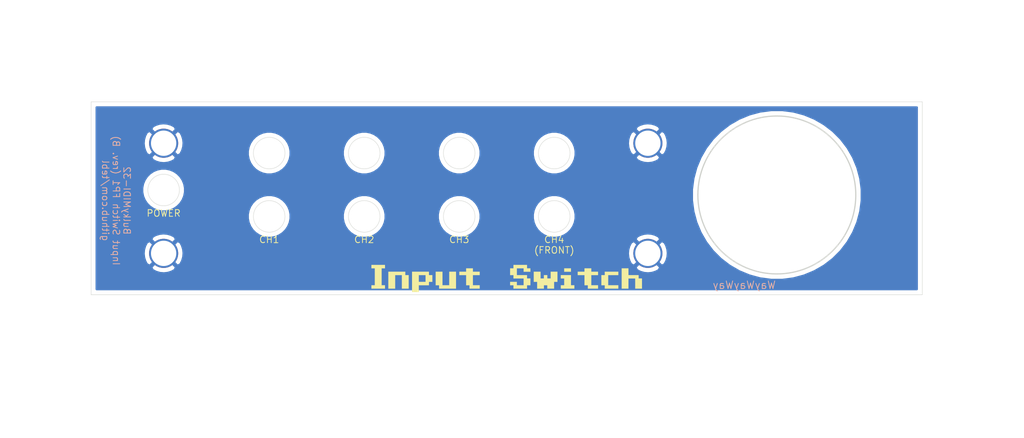
<source format=kicad_pcb>
(kicad_pcb (version 20171130) (host pcbnew "(5.1.8)-1")

  (general
    (thickness 1.6)
    (drawings 23)
    (tracks 0)
    (zones 0)
    (modules 5)
    (nets 2)
  )

  (page A4)
  (layers
    (0 F.Cu signal)
    (31 B.Cu signal)
    (32 B.Adhes user)
    (33 F.Adhes user)
    (34 B.Paste user)
    (35 F.Paste user)
    (36 B.SilkS user)
    (37 F.SilkS user)
    (38 B.Mask user)
    (39 F.Mask user)
    (40 Dwgs.User user)
    (41 Cmts.User user)
    (42 Eco1.User user)
    (43 Eco2.User user)
    (44 Edge.Cuts user)
    (45 Margin user)
    (46 B.CrtYd user)
    (47 F.CrtYd user)
    (48 B.Fab user)
    (49 F.Fab user)
  )

  (setup
    (last_trace_width 0.25)
    (trace_clearance 0.2)
    (zone_clearance 0.508)
    (zone_45_only no)
    (trace_min 0.2)
    (via_size 0.8)
    (via_drill 0.4)
    (via_min_size 0.4)
    (via_min_drill 0.3)
    (uvia_size 0.3)
    (uvia_drill 0.1)
    (uvias_allowed no)
    (uvia_min_size 0.2)
    (uvia_min_drill 0.1)
    (edge_width 0.05)
    (segment_width 0.2)
    (pcb_text_width 0.3)
    (pcb_text_size 1.5 1.5)
    (mod_edge_width 0.12)
    (mod_text_size 1 1)
    (mod_text_width 0.15)
    (pad_size 1.524 1.524)
    (pad_drill 0.762)
    (pad_to_mask_clearance 0)
    (aux_axis_origin 0 0)
    (grid_origin 141.09 121.579)
    (visible_elements 7FFFFFFF)
    (pcbplotparams
      (layerselection 0x011fc_ffffffff)
      (usegerberextensions true)
      (usegerberattributes false)
      (usegerberadvancedattributes false)
      (creategerberjobfile false)
      (excludeedgelayer true)
      (linewidth 0.100000)
      (plotframeref false)
      (viasonmask false)
      (mode 1)
      (useauxorigin false)
      (hpglpennumber 1)
      (hpglpenspeed 20)
      (hpglpendiameter 15.000000)
      (psnegative false)
      (psa4output false)
      (plotreference true)
      (plotvalue true)
      (plotinvisibletext false)
      (padsonsilk false)
      (subtractmaskfromsilk false)
      (outputformat 1)
      (mirror false)
      (drillshape 0)
      (scaleselection 1)
      (outputdirectory "export/"))
  )

  (net 0 "")
  (net 1 GND)

  (net_class Default "This is the default net class."
    (clearance 0.2)
    (trace_width 0.25)
    (via_dia 0.8)
    (via_drill 0.4)
    (uvia_dia 0.3)
    (uvia_drill 0.1)
  )

  (net_class PWR ""
    (clearance 0.2)
    (trace_width 0.381)
    (via_dia 0.8)
    (via_drill 0.4)
    (uvia_dia 0.3)
    (uvia_drill 0.1)
    (add_net GND)
  )

  (module "artwork:Input Switch" locked (layer F.Cu) (tedit 0) (tstamp 62A0277E)
    (at 141.09 132.501)
    (fp_text reference G*** (at 0 0) (layer F.SilkS) hide
      (effects (font (size 1.524 1.524) (thickness 0.3)))
    )
    (fp_text value LOGO (at 0.75 0) (layer F.SilkS) hide
      (effects (font (size 1.524 1.524) (thickness 0.3)))
    )
    (fp_poly (pts (xy -9.356557 -0.686486) (xy -8.94975 -0.686486) (xy -8.94975 0.127128) (xy -9.356557 0.127128)
      (xy -9.356557 0.533934) (xy -10.576977 0.533934) (xy -10.576977 1.347548) (xy -11.390591 1.347548)
      (xy -11.390591 -0.686486) (xy -10.576977 -0.686486) (xy -10.576977 0.127128) (xy -9.763364 0.127128)
      (xy -9.763364 -0.686486) (xy -10.576977 -0.686486) (xy -11.390591 -0.686486) (xy -11.390591 -1.093293)
      (xy -9.356557 -1.093293) (xy -9.356557 -0.686486)) (layer F.SilkS) (width 0.01))
    (fp_poly (pts (xy -14.645045 -1.5001) (xy -15.051852 -1.5001) (xy -15.051852 0.533934) (xy -14.645045 0.533934)
      (xy -14.645045 0.940741) (xy -16.272272 0.940741) (xy -16.272272 0.533934) (xy -15.865466 0.533934)
      (xy -15.865466 -1.5001) (xy -16.272272 -1.5001) (xy -16.272272 -1.906906) (xy -14.645045 -1.906906)
      (xy -14.645045 -1.5001)) (layer F.SilkS) (width 0.01))
    (fp_poly (pts (xy -12.204204 -0.686486) (xy -11.797398 -0.686486) (xy -11.797398 0.940741) (xy -12.611011 0.940741)
      (xy -12.611011 -0.686486) (xy -13.424625 -0.686486) (xy -13.424625 0.940741) (xy -14.238238 0.940741)
      (xy -14.238238 -1.093293) (xy -12.204204 -1.093293) (xy -12.204204 -0.686486)) (layer F.SilkS) (width 0.01))
    (fp_poly (pts (xy -7.72933 0.533934) (xy -6.915716 0.533934) (xy -6.915716 -1.093293) (xy -6.102102 -1.093293)
      (xy -6.102102 0.940741) (xy -8.136136 0.940741) (xy -8.136136 0.533934) (xy -8.542943 0.533934)
      (xy -8.542943 -1.093293) (xy -7.72933 -1.093293) (xy -7.72933 0.533934)) (layer F.SilkS) (width 0.01))
    (fp_poly (pts (xy -4.068068 -1.093293) (xy -3.254455 -1.093293) (xy -3.254455 -0.686486) (xy -4.068068 -0.686486)
      (xy -4.068068 0.533934) (xy -3.254455 0.533934) (xy -3.254455 0.940741) (xy -4.474875 0.940741)
      (xy -4.474875 0.533934) (xy -4.881682 0.533934) (xy -4.881682 -0.686486) (xy -5.695296 -0.686486)
      (xy -5.695296 -1.093293) (xy -4.881682 -1.093293) (xy -4.881682 -1.5001) (xy -4.068068 -1.5001)
      (xy -4.068068 -1.093293)) (layer F.SilkS) (width 0.01))
    (fp_poly (pts (xy 2.440841 -1.5001) (xy 2.847647 -1.5001) (xy 2.847647 -1.093293) (xy 2.034034 -1.093293)
      (xy 2.034034 -1.5001) (xy 1.22042 -1.5001) (xy 1.22042 -0.686486) (xy 2.440841 -0.686486)
      (xy 2.440841 -0.279679) (xy 2.847647 -0.279679) (xy 2.847647 0.533934) (xy 2.440841 0.533934)
      (xy 2.440841 0.940741) (xy 0.813613 0.940741) (xy 0.813613 0.533934) (xy 0.406807 0.533934)
      (xy 0.406807 0.127128) (xy 1.22042 0.127128) (xy 1.22042 0.533934) (xy 2.034034 0.533934)
      (xy 2.034034 -0.279679) (xy 0.813613 -0.279679) (xy 0.813613 -0.686486) (xy 0.406807 -0.686486)
      (xy 0.406807 -1.5001) (xy 0.813613 -1.5001) (xy 0.813613 -1.906906) (xy 2.440841 -1.906906)
      (xy 2.440841 -1.5001)) (layer F.SilkS) (width 0.01))
    (fp_poly (pts (xy 4.068068 -0.279679) (xy 4.474875 -0.279679) (xy 4.474875 -0.686486) (xy 4.881681 -0.686486)
      (xy 4.881681 -0.279679) (xy 5.288488 -0.279679) (xy 5.288488 -1.093293) (xy 6.102102 -1.093293)
      (xy 6.102102 0.127128) (xy 5.695295 0.127128) (xy 5.695295 0.940741) (xy 4.881681 0.940741)
      (xy 4.881681 0.533934) (xy 4.474875 0.533934) (xy 4.474875 0.940741) (xy 3.661261 0.940741)
      (xy 3.661261 0.127128) (xy 3.254454 0.127128) (xy 3.254454 -1.093293) (xy 4.068068 -1.093293)
      (xy 4.068068 -0.279679)) (layer F.SilkS) (width 0.01))
    (fp_poly (pts (xy 7.729329 0.533934) (xy 8.136136 0.533934) (xy 8.136136 0.940741) (xy 6.508909 0.940741)
      (xy 6.508909 0.533934) (xy 6.915715 0.533934) (xy 6.915715 -0.279679) (xy 6.508909 -0.279679)
      (xy 6.508909 -0.686486) (xy 7.729329 -0.686486) (xy 7.729329 0.533934)) (layer F.SilkS) (width 0.01))
    (fp_poly (pts (xy 10.17017 -1.093293) (xy 10.983784 -1.093293) (xy 10.983784 -0.686486) (xy 10.17017 -0.686486)
      (xy 10.17017 0.533934) (xy 10.983784 0.533934) (xy 10.983784 0.940741) (xy 9.763363 0.940741)
      (xy 9.763363 0.533934) (xy 9.356556 0.533934) (xy 9.356556 -0.686486) (xy 8.542943 -0.686486)
      (xy 8.542943 -1.093293) (xy 9.356556 -1.093293) (xy 9.356556 -1.5001) (xy 10.17017 -1.5001)
      (xy 10.17017 -1.093293)) (layer F.SilkS) (width 0.01))
    (fp_poly (pts (xy 13.424624 -0.686486) (xy 12.204204 -0.686486) (xy 12.204204 0.533934) (xy 13.424624 0.533934)
      (xy 13.424624 0.940741) (xy 11.797397 0.940741) (xy 11.797397 0.533934) (xy 11.39059 0.533934)
      (xy 11.39059 -0.686486) (xy 11.797397 -0.686486) (xy 11.797397 -1.093293) (xy 13.424624 -1.093293)
      (xy 13.424624 -0.686486)) (layer F.SilkS) (width 0.01))
    (fp_poly (pts (xy 14.645045 -0.686486) (xy 15.865465 -0.686486) (xy 15.865465 -0.279679) (xy 16.272272 -0.279679)
      (xy 16.272272 0.940741) (xy 15.458658 0.940741) (xy 15.458658 -0.279679) (xy 14.645045 -0.279679)
      (xy 14.645045 0.940741) (xy 13.831431 0.940741) (xy 13.831431 -1.5001) (xy 14.645045 -1.5001)
      (xy 14.645045 -0.686486)) (layer F.SilkS) (width 0.01))
    (fp_poly (pts (xy 7.729329 -1.093293) (xy 6.915715 -1.093293) (xy 6.915715 -1.5001) (xy 7.729329 -1.5001)
      (xy 7.729329 -1.093293)) (layer F.SilkS) (width 0.01))
  )

  (module mounting:M3_pin locked (layer F.Cu) (tedit 5F76331A) (tstamp 6282A424)
    (at 99.815 129.199)
    (descr "module 1 pin (ou trou mecanique de percage)")
    (tags DEV)
    (path /6282631C)
    (fp_text reference M1 (at 3.048 0) (layer F.Fab) hide
      (effects (font (size 1 1) (thickness 0.15)))
    )
    (fp_text value Mounting_Pin (at 0 3) (layer F.Fab) hide
      (effects (font (size 1 1) (thickness 0.15)))
    )
    (fp_circle (center 0 0) (end 2.6 0) (layer F.CrtYd) (width 0.05))
    (fp_circle (center 0 0) (end 2 0.8) (layer F.Fab) (width 0.1))
    (pad 1 thru_hole circle (at 0 0) (size 3.5 3.5) (drill 3.048) (layers *.Cu *.Mask)
      (net 1 GND) (solder_mask_margin 0.8))
  )

  (module mounting:M3_pin locked (layer F.Cu) (tedit 5F76331A) (tstamp 6282A42B)
    (at 158.07 129.199)
    (descr "module 1 pin (ou trou mecanique de percage)")
    (tags DEV)
    (path /62826824)
    (fp_text reference M2 (at 0 -3.048) (layer F.Fab) hide
      (effects (font (size 1 1) (thickness 0.15)))
    )
    (fp_text value Mounting_Pin (at 0 3) (layer F.Fab) hide
      (effects (font (size 1 1) (thickness 0.15)))
    )
    (fp_circle (center 0 0) (end 2 0.8) (layer F.Fab) (width 0.1))
    (fp_circle (center 0 0) (end 2.6 0) (layer F.CrtYd) (width 0.05))
    (pad 1 thru_hole circle (at 0 0) (size 3.5 3.5) (drill 3.048) (layers *.Cu *.Mask)
      (net 1 GND) (solder_mask_margin 0.8))
  )

  (module mounting:M3_pin locked (layer F.Cu) (tedit 5F76331A) (tstamp 6282A432)
    (at 158.07 115.949)
    (descr "module 1 pin (ou trou mecanique de percage)")
    (tags DEV)
    (path /62826D8F)
    (fp_text reference M3 (at 0 -3.048) (layer F.Fab) hide
      (effects (font (size 1 1) (thickness 0.15)))
    )
    (fp_text value Mounting_Pin (at 0 3) (layer F.Fab) hide
      (effects (font (size 1 1) (thickness 0.15)))
    )
    (fp_circle (center 0 0) (end 2.6 0) (layer F.CrtYd) (width 0.05))
    (fp_circle (center 0 0) (end 2 0.8) (layer F.Fab) (width 0.1))
    (pad 1 thru_hole circle (at 0 0) (size 3.5 3.5) (drill 3.048) (layers *.Cu *.Mask)
      (net 1 GND) (solder_mask_margin 0.8))
  )

  (module mounting:M3_pin locked (layer F.Cu) (tedit 5F76331A) (tstamp 6282A439)
    (at 99.815 115.949)
    (descr "module 1 pin (ou trou mecanique de percage)")
    (tags DEV)
    (path /62827110)
    (fp_text reference M4 (at 0 -3.048) (layer F.Fab) hide
      (effects (font (size 1 1) (thickness 0.15)))
    )
    (fp_text value Mounting_Pin (at 0 3) (layer F.Fab) hide
      (effects (font (size 1 1) (thickness 0.15)))
    )
    (fp_circle (center 0 0) (end 2 0.8) (layer F.Fab) (width 0.1))
    (fp_circle (center 0 0) (end 2.6 0) (layer F.CrtYd) (width 0.05))
    (pad 1 thru_hole circle (at 0 0) (size 3.5 3.5) (drill 3.048) (layers *.Cu *.Mask)
      (net 1 GND) (solder_mask_margin 0.8))
  )

  (gr_text WayWayWay (at 169.665 133.009) (layer B.SilkS) (tstamp 6611F18A)
    (effects (font (size 0.9 0.9) (thickness 0.1)) (justify mirror))
  )
  (gr_text JLCJLCJLCJLC (at 112.515 133.009) (layer F.Fab) (tstamp 6611F189)
    (effects (font (size 0.9 0.9) (thickness 0.1)) (justify mirror))
  )
  (gr_text "(FRONT)" (at 146.805 128.818) (layer F.SilkS) (tstamp 633E146C)
    (effects (font (size 0.8 0.8) (thickness 0.1)))
  )
  (gr_circle (center 173.585 122.174) (end 183.085 122.174) (layer Edge.Cuts) (width 0.15))
  (gr_circle (center 146.805 124.754) (end 148.705 124.754) (layer Edge.Cuts) (width 0.05) (tstamp 62D09DD7))
  (gr_circle (center 146.805 117.134) (end 148.705 117.134) (layer Edge.Cuts) (width 0.05) (tstamp 62D09DD6))
  (gr_text CH4 (at 146.805 127.548) (layer F.SilkS) (tstamp 62D09DD5)
    (effects (font (size 0.8 0.8) (thickness 0.1)))
  )
  (gr_circle (center 135.375 124.754) (end 137.275 124.754) (layer Edge.Cuts) (width 0.05) (tstamp 62D09DD7))
  (gr_circle (center 135.375 117.134) (end 137.275 117.134) (layer Edge.Cuts) (width 0.05) (tstamp 62D09DD6))
  (gr_text CH3 (at 135.375 127.548) (layer F.SilkS) (tstamp 62D09DD5)
    (effects (font (size 0.8 0.8) (thickness 0.1)))
  )
  (gr_circle (center 123.945 124.754) (end 125.845 124.754) (layer Edge.Cuts) (width 0.05) (tstamp 62D09DD7))
  (gr_circle (center 123.945 117.134) (end 125.845 117.134) (layer Edge.Cuts) (width 0.05) (tstamp 62D09DD6))
  (gr_text CH2 (at 123.945 127.548) (layer F.SilkS) (tstamp 62D09DD5)
    (effects (font (size 0.8 0.8) (thickness 0.1)))
  )
  (gr_circle (center 112.515 124.754) (end 114.415 124.754) (layer Edge.Cuts) (width 0.05) (tstamp 62D09DCA))
  (gr_circle (center 112.515 117.134) (end 114.415 117.134) (layer Edge.Cuts) (width 0.05) (tstamp 62D09DCA))
  (gr_text CH1 (at 112.515 127.548) (layer F.SilkS) (tstamp 62D09DC5)
    (effects (font (size 0.8 0.8) (thickness 0.1)))
  )
  (gr_text "BulkyMIDI-32\nInput Switch FP1 (rev. B)\ngithub.com/tebl" (at 94.1 122.849 270) (layer B.SilkS) (tstamp 6286D3C9)
    (effects (font (size 0.8 0.8) (thickness 0.1)) (justify mirror))
  )
  (gr_text POWER (at 99.815 124.373) (layer F.SilkS) (tstamp 62922779)
    (effects (font (size 0.8 0.8) (thickness 0.1)))
  )
  (gr_circle (center 99.815 121.579) (end 101.715 121.579) (layer Edge.Cuts) (width 0.05) (tstamp 62922778))
  (gr_line (start 191.09 110.974) (end 91.09 110.974) (layer Edge.Cuts) (width 0.05) (tstamp 6282E722))
  (gr_line (start 91.09 134.174) (end 191.09 134.174) (layer Edge.Cuts) (width 0.05) (tstamp 620DB217))
  (gr_line (start 91.09 110.974) (end 91.09 134.174) (layer Edge.Cuts) (width 0.05))
  (gr_line (start 191.09 134.174) (end 191.09 110.974) (layer Edge.Cuts) (width 0.05))

  (zone (net 1) (net_name GND) (layer B.Cu) (tstamp 0) (hatch edge 0.508)
    (connect_pads (clearance 0.508))
    (min_thickness 0.254)
    (fill yes (arc_segments 32) (thermal_gap 0.508) (thermal_bridge_width 0.508))
    (polygon
      (pts
        (xy 203.32 151.424) (xy 80.13 151.424) (xy 80.13 98.719) (xy 203.32 98.719)
      )
    )
    (filled_polygon
      (pts
        (xy 190.43 133.514) (xy 91.75 133.514) (xy 91.75 130.868609) (xy 98.324997 130.868609) (xy 98.511073 131.209766)
        (xy 98.928409 131.425513) (xy 99.379815 131.555696) (xy 99.847946 131.595313) (xy 100.314811 131.542842) (xy 100.762468 131.400297)
        (xy 101.118927 131.209766) (xy 101.305003 130.868609) (xy 156.579997 130.868609) (xy 156.766073 131.209766) (xy 157.183409 131.425513)
        (xy 157.634815 131.555696) (xy 158.102946 131.595313) (xy 158.569811 131.542842) (xy 159.017468 131.400297) (xy 159.373927 131.209766)
        (xy 159.560003 130.868609) (xy 158.07 129.378605) (xy 156.579997 130.868609) (xy 101.305003 130.868609) (xy 99.815 129.378605)
        (xy 98.324997 130.868609) (xy 91.75 130.868609) (xy 91.75 129.231946) (xy 97.418687 129.231946) (xy 97.471158 129.698811)
        (xy 97.613703 130.146468) (xy 97.804234 130.502927) (xy 98.145391 130.689003) (xy 99.635395 129.199) (xy 99.994605 129.199)
        (xy 101.484609 130.689003) (xy 101.825766 130.502927) (xy 102.041513 130.085591) (xy 102.171696 129.634185) (xy 102.205736 129.231946)
        (xy 155.673687 129.231946) (xy 155.726158 129.698811) (xy 155.868703 130.146468) (xy 156.059234 130.502927) (xy 156.400391 130.689003)
        (xy 157.890395 129.199) (xy 158.249605 129.199) (xy 159.739609 130.689003) (xy 160.080766 130.502927) (xy 160.296513 130.085591)
        (xy 160.426696 129.634185) (xy 160.466313 129.166054) (xy 160.413842 128.699189) (xy 160.271297 128.251532) (xy 160.080766 127.895073)
        (xy 159.739609 127.708997) (xy 158.249605 129.199) (xy 157.890395 129.199) (xy 156.400391 127.708997) (xy 156.059234 127.895073)
        (xy 155.843487 128.312409) (xy 155.713304 128.763815) (xy 155.673687 129.231946) (xy 102.205736 129.231946) (xy 102.211313 129.166054)
        (xy 102.158842 128.699189) (xy 102.016297 128.251532) (xy 101.825766 127.895073) (xy 101.484609 127.708997) (xy 99.994605 129.199)
        (xy 99.635395 129.199) (xy 98.145391 127.708997) (xy 97.804234 127.895073) (xy 97.588487 128.312409) (xy 97.458304 128.763815)
        (xy 97.418687 129.231946) (xy 91.75 129.231946) (xy 91.75 127.529391) (xy 98.324997 127.529391) (xy 99.815 129.019395)
        (xy 101.305003 127.529391) (xy 156.579997 127.529391) (xy 158.07 129.019395) (xy 159.560003 127.529391) (xy 159.373927 127.188234)
        (xy 158.956591 126.972487) (xy 158.505185 126.842304) (xy 158.037054 126.802687) (xy 157.570189 126.855158) (xy 157.122532 126.997703)
        (xy 156.766073 127.188234) (xy 156.579997 127.529391) (xy 101.305003 127.529391) (xy 101.118927 127.188234) (xy 100.701591 126.972487)
        (xy 100.250185 126.842304) (xy 99.782054 126.802687) (xy 99.315189 126.855158) (xy 98.867532 126.997703) (xy 98.511073 127.188234)
        (xy 98.324997 127.529391) (xy 91.75 127.529391) (xy 91.75 124.501116) (xy 109.947423 124.501116) (xy 109.947423 125.006884)
        (xy 110.046094 125.502934) (xy 110.239643 125.970204) (xy 110.520633 126.390735) (xy 110.878265 126.748367) (xy 111.298796 127.029357)
        (xy 111.766066 127.222906) (xy 112.262116 127.321577) (xy 112.767884 127.321577) (xy 113.263934 127.222906) (xy 113.731204 127.029357)
        (xy 114.151735 126.748367) (xy 114.509367 126.390735) (xy 114.790357 125.970204) (xy 114.983906 125.502934) (xy 115.082577 125.006884)
        (xy 115.082577 124.501116) (xy 121.377423 124.501116) (xy 121.377423 125.006884) (xy 121.476094 125.502934) (xy 121.669643 125.970204)
        (xy 121.950633 126.390735) (xy 122.308265 126.748367) (xy 122.728796 127.029357) (xy 123.196066 127.222906) (xy 123.692116 127.321577)
        (xy 124.197884 127.321577) (xy 124.693934 127.222906) (xy 125.161204 127.029357) (xy 125.581735 126.748367) (xy 125.939367 126.390735)
        (xy 126.220357 125.970204) (xy 126.413906 125.502934) (xy 126.512577 125.006884) (xy 126.512577 124.501116) (xy 132.807423 124.501116)
        (xy 132.807423 125.006884) (xy 132.906094 125.502934) (xy 133.099643 125.970204) (xy 133.380633 126.390735) (xy 133.738265 126.748367)
        (xy 134.158796 127.029357) (xy 134.626066 127.222906) (xy 135.122116 127.321577) (xy 135.627884 127.321577) (xy 136.123934 127.222906)
        (xy 136.591204 127.029357) (xy 137.011735 126.748367) (xy 137.369367 126.390735) (xy 137.650357 125.970204) (xy 137.843906 125.502934)
        (xy 137.942577 125.006884) (xy 137.942577 124.501116) (xy 144.237423 124.501116) (xy 144.237423 125.006884) (xy 144.336094 125.502934)
        (xy 144.529643 125.970204) (xy 144.810633 126.390735) (xy 145.168265 126.748367) (xy 145.588796 127.029357) (xy 146.056066 127.222906)
        (xy 146.552116 127.321577) (xy 147.057884 127.321577) (xy 147.553934 127.222906) (xy 148.021204 127.029357) (xy 148.441735 126.748367)
        (xy 148.799367 126.390735) (xy 149.080357 125.970204) (xy 149.273906 125.502934) (xy 149.372577 125.006884) (xy 149.372577 124.501116)
        (xy 149.273906 124.005066) (xy 149.080357 123.537796) (xy 148.799367 123.117265) (xy 148.441735 122.759633) (xy 148.021204 122.478643)
        (xy 147.553934 122.285094) (xy 147.057884 122.186423) (xy 146.552116 122.186423) (xy 146.056066 122.285094) (xy 145.588796 122.478643)
        (xy 145.168265 122.759633) (xy 144.810633 123.117265) (xy 144.529643 123.537796) (xy 144.336094 124.005066) (xy 144.237423 124.501116)
        (xy 137.942577 124.501116) (xy 137.843906 124.005066) (xy 137.650357 123.537796) (xy 137.369367 123.117265) (xy 137.011735 122.759633)
        (xy 136.591204 122.478643) (xy 136.123934 122.285094) (xy 135.627884 122.186423) (xy 135.122116 122.186423) (xy 134.626066 122.285094)
        (xy 134.158796 122.478643) (xy 133.738265 122.759633) (xy 133.380633 123.117265) (xy 133.099643 123.537796) (xy 132.906094 124.005066)
        (xy 132.807423 124.501116) (xy 126.512577 124.501116) (xy 126.413906 124.005066) (xy 126.220357 123.537796) (xy 125.939367 123.117265)
        (xy 125.581735 122.759633) (xy 125.161204 122.478643) (xy 124.693934 122.285094) (xy 124.197884 122.186423) (xy 123.692116 122.186423)
        (xy 123.196066 122.285094) (xy 122.728796 122.478643) (xy 122.308265 122.759633) (xy 121.950633 123.117265) (xy 121.669643 123.537796)
        (xy 121.476094 124.005066) (xy 121.377423 124.501116) (xy 115.082577 124.501116) (xy 114.983906 124.005066) (xy 114.790357 123.537796)
        (xy 114.509367 123.117265) (xy 114.151735 122.759633) (xy 113.731204 122.478643) (xy 113.263934 122.285094) (xy 112.767884 122.186423)
        (xy 112.262116 122.186423) (xy 111.766066 122.285094) (xy 111.298796 122.478643) (xy 110.878265 122.759633) (xy 110.520633 123.117265)
        (xy 110.239643 123.537796) (xy 110.046094 124.005066) (xy 109.947423 124.501116) (xy 91.75 124.501116) (xy 91.75 121.326116)
        (xy 97.247423 121.326116) (xy 97.247423 121.831884) (xy 97.346094 122.327934) (xy 97.539643 122.795204) (xy 97.820633 123.215735)
        (xy 98.178265 123.573367) (xy 98.598796 123.854357) (xy 99.066066 124.047906) (xy 99.562116 124.146577) (xy 100.067884 124.146577)
        (xy 100.563934 124.047906) (xy 101.031204 123.854357) (xy 101.451735 123.573367) (xy 101.809367 123.215735) (xy 102.090357 122.795204)
        (xy 102.283906 122.327934) (xy 102.382577 121.831884) (xy 102.382577 121.504926) (xy 163.376903 121.504926) (xy 163.376903 122.843074)
        (xy 163.551567 124.169774) (xy 163.897905 125.462326) (xy 164.409992 126.698613) (xy 165.079066 127.857483) (xy 165.893679 128.919108)
        (xy 166.839892 129.865321) (xy 167.901517 130.679934) (xy 169.060387 131.349008) (xy 170.296674 131.861095) (xy 171.589226 132.207433)
        (xy 172.915926 132.382097) (xy 174.254074 132.382097) (xy 175.580774 132.207433) (xy 176.873326 131.861095) (xy 178.109613 131.349008)
        (xy 179.268483 130.679934) (xy 180.330108 129.865321) (xy 181.276321 128.919108) (xy 182.090934 127.857483) (xy 182.760008 126.698613)
        (xy 183.272095 125.462326) (xy 183.618433 124.169774) (xy 183.793097 122.843074) (xy 183.793097 121.504926) (xy 183.618433 120.178226)
        (xy 183.272095 118.885674) (xy 182.760008 117.649387) (xy 182.090934 116.490517) (xy 181.276321 115.428892) (xy 180.330108 114.482679)
        (xy 179.268483 113.668066) (xy 178.109613 112.998992) (xy 176.873326 112.486905) (xy 175.580774 112.140567) (xy 174.254074 111.965903)
        (xy 172.915926 111.965903) (xy 171.589226 112.140567) (xy 170.296674 112.486905) (xy 169.060387 112.998992) (xy 167.901517 113.668066)
        (xy 166.839892 114.482679) (xy 165.893679 115.428892) (xy 165.079066 116.490517) (xy 164.409992 117.649387) (xy 163.897905 118.885674)
        (xy 163.551567 120.178226) (xy 163.376903 121.504926) (xy 102.382577 121.504926) (xy 102.382577 121.326116) (xy 102.283906 120.830066)
        (xy 102.090357 120.362796) (xy 101.809367 119.942265) (xy 101.451735 119.584633) (xy 101.031204 119.303643) (xy 100.563934 119.110094)
        (xy 100.067884 119.011423) (xy 99.562116 119.011423) (xy 99.066066 119.110094) (xy 98.598796 119.303643) (xy 98.178265 119.584633)
        (xy 97.820633 119.942265) (xy 97.539643 120.362796) (xy 97.346094 120.830066) (xy 97.247423 121.326116) (xy 91.75 121.326116)
        (xy 91.75 117.618609) (xy 98.324997 117.618609) (xy 98.511073 117.959766) (xy 98.928409 118.175513) (xy 99.379815 118.305696)
        (xy 99.847946 118.345313) (xy 100.314811 118.292842) (xy 100.762468 118.150297) (xy 101.118927 117.959766) (xy 101.305003 117.618609)
        (xy 99.815 116.128605) (xy 98.324997 117.618609) (xy 91.75 117.618609) (xy 91.75 115.981946) (xy 97.418687 115.981946)
        (xy 97.471158 116.448811) (xy 97.613703 116.896468) (xy 97.804234 117.252927) (xy 98.145391 117.439003) (xy 99.635395 115.949)
        (xy 99.994605 115.949) (xy 101.484609 117.439003) (xy 101.825766 117.252927) (xy 102.017978 116.881116) (xy 109.947423 116.881116)
        (xy 109.947423 117.386884) (xy 110.046094 117.882934) (xy 110.239643 118.350204) (xy 110.520633 118.770735) (xy 110.878265 119.128367)
        (xy 111.298796 119.409357) (xy 111.766066 119.602906) (xy 112.262116 119.701577) (xy 112.767884 119.701577) (xy 113.263934 119.602906)
        (xy 113.731204 119.409357) (xy 114.151735 119.128367) (xy 114.509367 118.770735) (xy 114.790357 118.350204) (xy 114.983906 117.882934)
        (xy 115.082577 117.386884) (xy 115.082577 116.881116) (xy 121.377423 116.881116) (xy 121.377423 117.386884) (xy 121.476094 117.882934)
        (xy 121.669643 118.350204) (xy 121.950633 118.770735) (xy 122.308265 119.128367) (xy 122.728796 119.409357) (xy 123.196066 119.602906)
        (xy 123.692116 119.701577) (xy 124.197884 119.701577) (xy 124.693934 119.602906) (xy 125.161204 119.409357) (xy 125.581735 119.128367)
        (xy 125.939367 118.770735) (xy 126.220357 118.350204) (xy 126.413906 117.882934) (xy 126.512577 117.386884) (xy 126.512577 116.881116)
        (xy 132.807423 116.881116) (xy 132.807423 117.386884) (xy 132.906094 117.882934) (xy 133.099643 118.350204) (xy 133.380633 118.770735)
        (xy 133.738265 119.128367) (xy 134.158796 119.409357) (xy 134.626066 119.602906) (xy 135.122116 119.701577) (xy 135.627884 119.701577)
        (xy 136.123934 119.602906) (xy 136.591204 119.409357) (xy 137.011735 119.128367) (xy 137.369367 118.770735) (xy 137.650357 118.350204)
        (xy 137.843906 117.882934) (xy 137.942577 117.386884) (xy 137.942577 116.881116) (xy 144.237423 116.881116) (xy 144.237423 117.386884)
        (xy 144.336094 117.882934) (xy 144.529643 118.350204) (xy 144.810633 118.770735) (xy 145.168265 119.128367) (xy 145.588796 119.409357)
        (xy 146.056066 119.602906) (xy 146.552116 119.701577) (xy 147.057884 119.701577) (xy 147.553934 119.602906) (xy 148.021204 119.409357)
        (xy 148.441735 119.128367) (xy 148.799367 118.770735) (xy 149.080357 118.350204) (xy 149.273906 117.882934) (xy 149.326483 117.618609)
        (xy 156.579997 117.618609) (xy 156.766073 117.959766) (xy 157.183409 118.175513) (xy 157.634815 118.305696) (xy 158.102946 118.345313)
        (xy 158.569811 118.292842) (xy 159.017468 118.150297) (xy 159.373927 117.959766) (xy 159.560003 117.618609) (xy 158.07 116.128605)
        (xy 156.579997 117.618609) (xy 149.326483 117.618609) (xy 149.372577 117.386884) (xy 149.372577 116.881116) (xy 149.273906 116.385066)
        (xy 149.106929 115.981946) (xy 155.673687 115.981946) (xy 155.726158 116.448811) (xy 155.868703 116.896468) (xy 156.059234 117.252927)
        (xy 156.400391 117.439003) (xy 157.890395 115.949) (xy 158.249605 115.949) (xy 159.739609 117.439003) (xy 160.080766 117.252927)
        (xy 160.296513 116.835591) (xy 160.426696 116.384185) (xy 160.466313 115.916054) (xy 160.413842 115.449189) (xy 160.271297 115.001532)
        (xy 160.080766 114.645073) (xy 159.739609 114.458997) (xy 158.249605 115.949) (xy 157.890395 115.949) (xy 156.400391 114.458997)
        (xy 156.059234 114.645073) (xy 155.843487 115.062409) (xy 155.713304 115.513815) (xy 155.673687 115.981946) (xy 149.106929 115.981946)
        (xy 149.080357 115.917796) (xy 148.799367 115.497265) (xy 148.441735 115.139633) (xy 148.021204 114.858643) (xy 147.553934 114.665094)
        (xy 147.057884 114.566423) (xy 146.552116 114.566423) (xy 146.056066 114.665094) (xy 145.588796 114.858643) (xy 145.168265 115.139633)
        (xy 144.810633 115.497265) (xy 144.529643 115.917796) (xy 144.336094 116.385066) (xy 144.237423 116.881116) (xy 137.942577 116.881116)
        (xy 137.843906 116.385066) (xy 137.650357 115.917796) (xy 137.369367 115.497265) (xy 137.011735 115.139633) (xy 136.591204 114.858643)
        (xy 136.123934 114.665094) (xy 135.627884 114.566423) (xy 135.122116 114.566423) (xy 134.626066 114.665094) (xy 134.158796 114.858643)
        (xy 133.738265 115.139633) (xy 133.380633 115.497265) (xy 133.099643 115.917796) (xy 132.906094 116.385066) (xy 132.807423 116.881116)
        (xy 126.512577 116.881116) (xy 126.413906 116.385066) (xy 126.220357 115.917796) (xy 125.939367 115.497265) (xy 125.581735 115.139633)
        (xy 125.161204 114.858643) (xy 124.693934 114.665094) (xy 124.197884 114.566423) (xy 123.692116 114.566423) (xy 123.196066 114.665094)
        (xy 122.728796 114.858643) (xy 122.308265 115.139633) (xy 121.950633 115.497265) (xy 121.669643 115.917796) (xy 121.476094 116.385066)
        (xy 121.377423 116.881116) (xy 115.082577 116.881116) (xy 114.983906 116.385066) (xy 114.790357 115.917796) (xy 114.509367 115.497265)
        (xy 114.151735 115.139633) (xy 113.731204 114.858643) (xy 113.263934 114.665094) (xy 112.767884 114.566423) (xy 112.262116 114.566423)
        (xy 111.766066 114.665094) (xy 111.298796 114.858643) (xy 110.878265 115.139633) (xy 110.520633 115.497265) (xy 110.239643 115.917796)
        (xy 110.046094 116.385066) (xy 109.947423 116.881116) (xy 102.017978 116.881116) (xy 102.041513 116.835591) (xy 102.171696 116.384185)
        (xy 102.211313 115.916054) (xy 102.158842 115.449189) (xy 102.016297 115.001532) (xy 101.825766 114.645073) (xy 101.484609 114.458997)
        (xy 99.994605 115.949) (xy 99.635395 115.949) (xy 98.145391 114.458997) (xy 97.804234 114.645073) (xy 97.588487 115.062409)
        (xy 97.458304 115.513815) (xy 97.418687 115.981946) (xy 91.75 115.981946) (xy 91.75 114.279391) (xy 98.324997 114.279391)
        (xy 99.815 115.769395) (xy 101.305003 114.279391) (xy 156.579997 114.279391) (xy 158.07 115.769395) (xy 159.560003 114.279391)
        (xy 159.373927 113.938234) (xy 158.956591 113.722487) (xy 158.505185 113.592304) (xy 158.037054 113.552687) (xy 157.570189 113.605158)
        (xy 157.122532 113.747703) (xy 156.766073 113.938234) (xy 156.579997 114.279391) (xy 101.305003 114.279391) (xy 101.118927 113.938234)
        (xy 100.701591 113.722487) (xy 100.250185 113.592304) (xy 99.782054 113.552687) (xy 99.315189 113.605158) (xy 98.867532 113.747703)
        (xy 98.511073 113.938234) (xy 98.324997 114.279391) (xy 91.75 114.279391) (xy 91.75 111.634) (xy 190.430001 111.634)
      )
    )
  )
)

</source>
